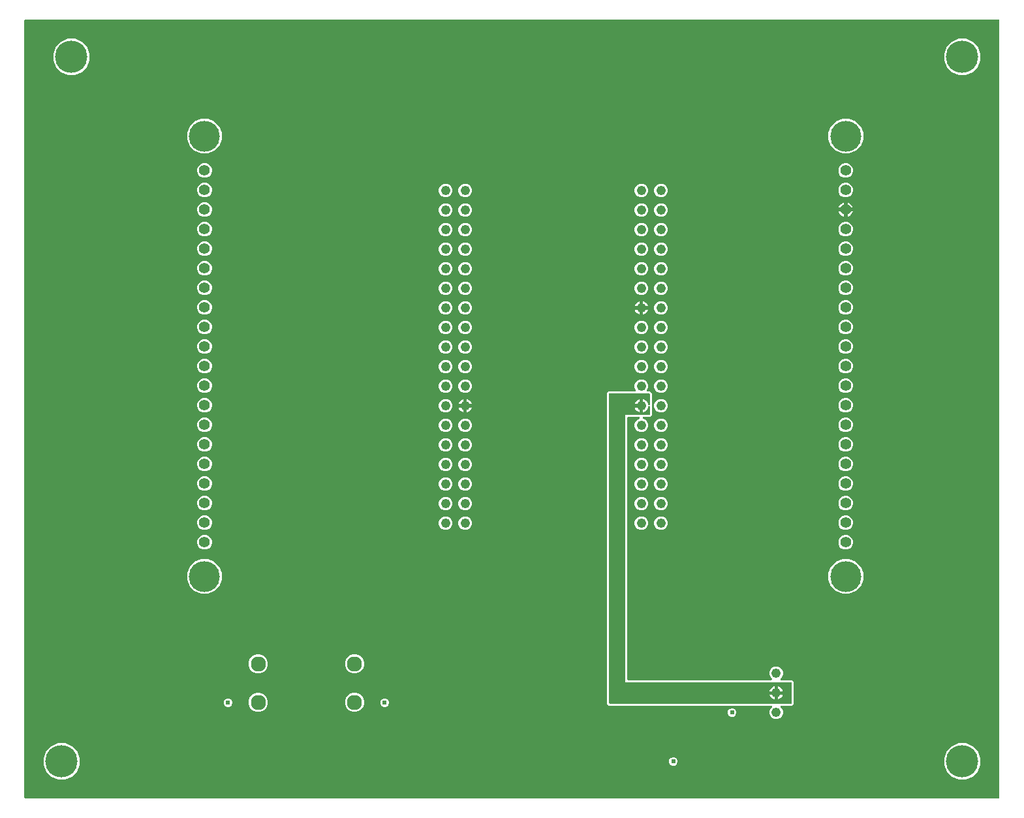
<source format=gbr>
G04 EAGLE Gerber RS-274X export*
G75*
%MOMM*%
%FSLAX34Y34*%
%LPD*%
%INCopper Layer 15*%
%IPPOS*%
%AMOC8*
5,1,8,0,0,1.08239X$1,22.5*%
G01*
%ADD10C,1.960000*%
%ADD11C,1.244600*%
%ADD12C,1.400000*%
%ADD13C,4.016000*%
%ADD14C,4.191000*%
%ADD15C,0.609600*%

G36*
X1266109Y2556D02*
X1266109Y2556D01*
X1266227Y2563D01*
X1266266Y2575D01*
X1266306Y2581D01*
X1266417Y2624D01*
X1266530Y2661D01*
X1266564Y2683D01*
X1266602Y2698D01*
X1266698Y2767D01*
X1266799Y2831D01*
X1266827Y2861D01*
X1266859Y2884D01*
X1266935Y2976D01*
X1267017Y3063D01*
X1267036Y3098D01*
X1267062Y3129D01*
X1267113Y3237D01*
X1267170Y3341D01*
X1267180Y3380D01*
X1267198Y3417D01*
X1267220Y3534D01*
X1267250Y3649D01*
X1267254Y3709D01*
X1267257Y3729D01*
X1267256Y3750D01*
X1267260Y3810D01*
X1267459Y1012190D01*
X1267444Y1012308D01*
X1267436Y1012427D01*
X1267424Y1012465D01*
X1267419Y1012505D01*
X1267375Y1012616D01*
X1267338Y1012729D01*
X1267317Y1012764D01*
X1267302Y1012801D01*
X1267232Y1012897D01*
X1267168Y1012998D01*
X1267139Y1013026D01*
X1267115Y1013058D01*
X1267023Y1013134D01*
X1266936Y1013216D01*
X1266901Y1013236D01*
X1266870Y1013261D01*
X1266762Y1013312D01*
X1266658Y1013370D01*
X1266619Y1013380D01*
X1266582Y1013397D01*
X1266465Y1013419D01*
X1266350Y1013449D01*
X1266290Y1013453D01*
X1266270Y1013457D01*
X1266250Y1013455D01*
X1266189Y1013459D01*
X3810Y1013459D01*
X3692Y1013444D01*
X3573Y1013437D01*
X3535Y1013424D01*
X3494Y1013419D01*
X3384Y1013376D01*
X3271Y1013339D01*
X3236Y1013317D01*
X3199Y1013302D01*
X3103Y1013233D01*
X3002Y1013169D01*
X2974Y1013139D01*
X2941Y1013116D01*
X2865Y1013024D01*
X2784Y1012937D01*
X2764Y1012902D01*
X2739Y1012871D01*
X2688Y1012763D01*
X2630Y1012659D01*
X2620Y1012619D01*
X2603Y1012583D01*
X2581Y1012466D01*
X2551Y1012351D01*
X2547Y1012291D01*
X2543Y1012271D01*
X2545Y1012250D01*
X2541Y1012190D01*
X2541Y3810D01*
X2556Y3692D01*
X2563Y3573D01*
X2576Y3535D01*
X2581Y3494D01*
X2624Y3384D01*
X2661Y3271D01*
X2683Y3236D01*
X2698Y3199D01*
X2767Y3103D01*
X2831Y3002D01*
X2861Y2974D01*
X2884Y2941D01*
X2976Y2865D01*
X3063Y2784D01*
X3098Y2764D01*
X3129Y2739D01*
X3237Y2688D01*
X3341Y2630D01*
X3381Y2620D01*
X3417Y2603D01*
X3534Y2581D01*
X3649Y2551D01*
X3709Y2547D01*
X3729Y2543D01*
X3750Y2545D01*
X3810Y2541D01*
X1265991Y2541D01*
X1266109Y2556D01*
G37*
%LPC*%
G36*
X976157Y105536D02*
X976157Y105536D01*
X972936Y106870D01*
X970470Y109336D01*
X969136Y112557D01*
X969136Y116043D01*
X970470Y119264D01*
X972229Y121023D01*
X972314Y121132D01*
X972403Y121239D01*
X972411Y121258D01*
X972424Y121274D01*
X972479Y121402D01*
X972538Y121527D01*
X972542Y121547D01*
X972550Y121566D01*
X972572Y121704D01*
X972598Y121840D01*
X972597Y121860D01*
X972600Y121880D01*
X972587Y122019D01*
X972578Y122157D01*
X972572Y122176D01*
X972570Y122196D01*
X972523Y122328D01*
X972480Y122459D01*
X972469Y122477D01*
X972462Y122496D01*
X972384Y122611D01*
X972310Y122728D01*
X972295Y122742D01*
X972284Y122759D01*
X972180Y122851D01*
X972078Y122946D01*
X972061Y122956D01*
X972045Y122969D01*
X971921Y123033D01*
X971800Y123100D01*
X971780Y123105D01*
X971762Y123114D01*
X971626Y123144D01*
X971492Y123179D01*
X971464Y123181D01*
X971452Y123184D01*
X971431Y123183D01*
X971331Y123189D01*
X760422Y123189D01*
X758189Y125422D01*
X758189Y528628D01*
X760422Y530861D01*
X794389Y530861D01*
X794438Y530867D01*
X794488Y530865D01*
X794595Y530887D01*
X794705Y530901D01*
X794751Y530919D01*
X794799Y530929D01*
X794898Y530977D01*
X795000Y531018D01*
X795040Y531047D01*
X795085Y531069D01*
X795169Y531140D01*
X795258Y531204D01*
X795289Y531243D01*
X795327Y531275D01*
X795390Y531365D01*
X795460Y531449D01*
X795482Y531494D01*
X795510Y531535D01*
X795549Y531638D01*
X795596Y531737D01*
X795605Y531786D01*
X795623Y531832D01*
X795635Y531942D01*
X795656Y532049D01*
X795653Y532099D01*
X795658Y532148D01*
X795643Y532257D01*
X795636Y532367D01*
X795621Y532414D01*
X795614Y532463D01*
X795562Y532616D01*
X794136Y536057D01*
X794136Y539543D01*
X795470Y542764D01*
X797936Y545230D01*
X801157Y546564D01*
X804643Y546564D01*
X807864Y545230D01*
X810330Y542764D01*
X811664Y539543D01*
X811664Y536057D01*
X810238Y532616D01*
X810225Y532568D01*
X810204Y532523D01*
X810183Y532415D01*
X810154Y532309D01*
X810154Y532259D01*
X810144Y532210D01*
X810151Y532101D01*
X810149Y531991D01*
X810161Y531943D01*
X810164Y531893D01*
X810198Y531789D01*
X810224Y531682D01*
X810247Y531638D01*
X810262Y531591D01*
X810321Y531498D01*
X810372Y531401D01*
X810406Y531364D01*
X810432Y531322D01*
X810512Y531247D01*
X810586Y531165D01*
X810628Y531138D01*
X810664Y531104D01*
X810760Y531051D01*
X810852Y530991D01*
X810899Y530974D01*
X810942Y530950D01*
X811049Y530923D01*
X811153Y530887D01*
X811202Y530883D01*
X811250Y530871D01*
X811411Y530861D01*
X814378Y530861D01*
X816611Y528628D01*
X816611Y500072D01*
X814378Y497839D01*
X806013Y497839D01*
X805944Y497831D01*
X805874Y497832D01*
X805787Y497811D01*
X805698Y497799D01*
X805633Y497774D01*
X805565Y497757D01*
X805486Y497715D01*
X805402Y497682D01*
X805346Y497641D01*
X805284Y497609D01*
X805217Y497548D01*
X805145Y497496D01*
X805100Y497442D01*
X805049Y497395D01*
X804999Y497320D01*
X804942Y497251D01*
X804912Y497187D01*
X804874Y497129D01*
X804845Y497044D01*
X804806Y496963D01*
X804793Y496894D01*
X804771Y496828D01*
X804764Y496739D01*
X804747Y496651D01*
X804751Y496581D01*
X804745Y496511D01*
X804761Y496423D01*
X804766Y496333D01*
X804788Y496267D01*
X804800Y496198D01*
X804837Y496116D01*
X804864Y496031D01*
X804902Y495972D01*
X804930Y495908D01*
X804986Y495838D01*
X805035Y495762D01*
X805085Y495714D01*
X805129Y495660D01*
X805201Y495605D01*
X805266Y495544D01*
X805327Y495510D01*
X805383Y495468D01*
X805528Y495397D01*
X807864Y494430D01*
X810330Y491964D01*
X811664Y488743D01*
X811664Y485257D01*
X810330Y482036D01*
X807864Y479570D01*
X804643Y478236D01*
X801157Y478236D01*
X797936Y479570D01*
X795470Y482036D01*
X794136Y485257D01*
X794136Y488743D01*
X795470Y491964D01*
X797936Y494430D01*
X800272Y495397D01*
X800333Y495432D01*
X800398Y495458D01*
X800471Y495510D01*
X800549Y495555D01*
X800599Y495603D01*
X800655Y495644D01*
X800713Y495714D01*
X800777Y495776D01*
X800813Y495836D01*
X800858Y495889D01*
X800896Y495971D01*
X800943Y496047D01*
X800964Y496114D01*
X800994Y496177D01*
X801010Y496265D01*
X801037Y496351D01*
X801040Y496421D01*
X801053Y496490D01*
X801048Y496579D01*
X801052Y496669D01*
X801038Y496737D01*
X801034Y496807D01*
X801006Y496892D01*
X800988Y496980D01*
X800957Y497043D01*
X800936Y497109D01*
X800888Y497185D01*
X800848Y497266D01*
X800803Y497319D01*
X800765Y497378D01*
X800700Y497440D01*
X800642Y497508D01*
X800585Y497548D01*
X800534Y497596D01*
X800455Y497639D01*
X800382Y497691D01*
X800316Y497716D01*
X800255Y497750D01*
X800168Y497772D01*
X800084Y497804D01*
X800015Y497812D01*
X799947Y497829D01*
X799787Y497839D01*
X786130Y497839D01*
X786012Y497824D01*
X785893Y497817D01*
X785855Y497804D01*
X785814Y497799D01*
X785704Y497756D01*
X785591Y497719D01*
X785556Y497697D01*
X785519Y497682D01*
X785423Y497613D01*
X785322Y497549D01*
X785294Y497519D01*
X785261Y497496D01*
X785185Y497404D01*
X785104Y497317D01*
X785084Y497282D01*
X785059Y497251D01*
X785008Y497143D01*
X784950Y497039D01*
X784940Y496999D01*
X784923Y496963D01*
X784901Y496846D01*
X784871Y496731D01*
X784867Y496671D01*
X784863Y496651D01*
X784865Y496630D01*
X784861Y496570D01*
X784861Y157480D01*
X784876Y157362D01*
X784883Y157243D01*
X784896Y157205D01*
X784901Y157164D01*
X784944Y157054D01*
X784981Y156941D01*
X785003Y156906D01*
X785018Y156869D01*
X785087Y156773D01*
X785151Y156672D01*
X785181Y156644D01*
X785204Y156611D01*
X785296Y156535D01*
X785383Y156454D01*
X785418Y156434D01*
X785449Y156409D01*
X785557Y156358D01*
X785661Y156300D01*
X785701Y156290D01*
X785737Y156273D01*
X785854Y156251D01*
X785969Y156221D01*
X786029Y156217D01*
X786049Y156213D01*
X786070Y156215D01*
X786130Y156211D01*
X971331Y156211D01*
X971469Y156228D01*
X971608Y156241D01*
X971627Y156248D01*
X971647Y156251D01*
X971776Y156302D01*
X971907Y156349D01*
X971924Y156360D01*
X971942Y156368D01*
X972055Y156449D01*
X972170Y156527D01*
X972183Y156543D01*
X972200Y156554D01*
X972289Y156662D01*
X972381Y156766D01*
X972390Y156784D01*
X972403Y156799D01*
X972462Y156925D01*
X972525Y157049D01*
X972530Y157069D01*
X972538Y157087D01*
X972564Y157224D01*
X972595Y157359D01*
X972594Y157380D01*
X972598Y157399D01*
X972589Y157538D01*
X972585Y157677D01*
X972579Y157697D01*
X972578Y157717D01*
X972535Y157849D01*
X972497Y157983D01*
X972486Y158000D01*
X972480Y158019D01*
X972406Y158137D01*
X972335Y158257D01*
X972317Y158278D01*
X972310Y158288D01*
X972295Y158302D01*
X972229Y158377D01*
X970470Y160136D01*
X969136Y163357D01*
X969136Y166843D01*
X970470Y170064D01*
X972936Y172530D01*
X976157Y173864D01*
X979643Y173864D01*
X982864Y172530D01*
X985330Y170064D01*
X986664Y166843D01*
X986664Y163357D01*
X985330Y160136D01*
X983571Y158377D01*
X983486Y158268D01*
X983397Y158161D01*
X983389Y158142D01*
X983376Y158126D01*
X983321Y157998D01*
X983262Y157873D01*
X983258Y157853D01*
X983250Y157834D01*
X983228Y157696D01*
X983202Y157560D01*
X983203Y157540D01*
X983200Y157520D01*
X983213Y157381D01*
X983222Y157243D01*
X983228Y157224D01*
X983230Y157204D01*
X983277Y157072D01*
X983320Y156941D01*
X983331Y156923D01*
X983338Y156904D01*
X983416Y156789D01*
X983490Y156672D01*
X983505Y156658D01*
X983516Y156641D01*
X983620Y156549D01*
X983722Y156454D01*
X983739Y156444D01*
X983755Y156431D01*
X983879Y156367D01*
X984000Y156300D01*
X984020Y156295D01*
X984038Y156286D01*
X984174Y156256D01*
X984308Y156221D01*
X984336Y156219D01*
X984348Y156216D01*
X984369Y156217D01*
X984469Y156211D01*
X998528Y156211D01*
X1000761Y153978D01*
X1000761Y125422D01*
X998528Y123189D01*
X984469Y123189D01*
X984331Y123172D01*
X984192Y123159D01*
X984173Y123152D01*
X984153Y123149D01*
X984024Y123098D01*
X983893Y123051D01*
X983876Y123040D01*
X983858Y123032D01*
X983745Y122951D01*
X983630Y122873D01*
X983617Y122857D01*
X983600Y122846D01*
X983511Y122738D01*
X983419Y122634D01*
X983410Y122616D01*
X983397Y122601D01*
X983338Y122475D01*
X983275Y122351D01*
X983270Y122331D01*
X983262Y122313D01*
X983236Y122176D01*
X983205Y122041D01*
X983206Y122020D01*
X983202Y122001D01*
X983211Y121862D01*
X983215Y121723D01*
X983221Y121703D01*
X983222Y121683D01*
X983265Y121551D01*
X983303Y121417D01*
X983314Y121400D01*
X983320Y121381D01*
X983394Y121263D01*
X983465Y121143D01*
X983483Y121122D01*
X983490Y121112D01*
X983505Y121098D01*
X983571Y121023D01*
X985330Y119264D01*
X986664Y116043D01*
X986664Y112557D01*
X985330Y109336D01*
X982864Y106870D01*
X979643Y105536D01*
X976157Y105536D01*
G37*
%LPD*%
G36*
X997068Y125746D02*
X997068Y125746D01*
X997187Y125753D01*
X997225Y125766D01*
X997266Y125771D01*
X997376Y125814D01*
X997489Y125851D01*
X997524Y125873D01*
X997561Y125888D01*
X997657Y125958D01*
X997758Y126021D01*
X997786Y126051D01*
X997819Y126074D01*
X997895Y126166D01*
X997976Y126253D01*
X997996Y126288D01*
X998021Y126319D01*
X998072Y126427D01*
X998130Y126531D01*
X998140Y126571D01*
X998157Y126607D01*
X998179Y126724D01*
X998209Y126839D01*
X998213Y126900D01*
X998217Y126920D01*
X998215Y126940D01*
X998219Y127000D01*
X998219Y152400D01*
X998204Y152518D01*
X998197Y152637D01*
X998184Y152675D01*
X998179Y152716D01*
X998136Y152826D01*
X998099Y152939D01*
X998077Y152974D01*
X998062Y153011D01*
X997993Y153107D01*
X997929Y153208D01*
X997899Y153236D01*
X997876Y153269D01*
X997784Y153345D01*
X997697Y153426D01*
X997662Y153446D01*
X997631Y153471D01*
X997523Y153522D01*
X997419Y153580D01*
X997379Y153590D01*
X997343Y153607D01*
X997226Y153629D01*
X997111Y153659D01*
X997051Y153663D01*
X997031Y153667D01*
X997010Y153665D01*
X996950Y153669D01*
X782319Y153669D01*
X782319Y500381D01*
X812800Y500381D01*
X812918Y500396D01*
X813037Y500403D01*
X813075Y500416D01*
X813116Y500421D01*
X813226Y500464D01*
X813339Y500501D01*
X813374Y500523D01*
X813411Y500538D01*
X813507Y500608D01*
X813608Y500671D01*
X813636Y500701D01*
X813669Y500724D01*
X813745Y500816D01*
X813826Y500903D01*
X813846Y500938D01*
X813871Y500969D01*
X813922Y501077D01*
X813980Y501181D01*
X813990Y501221D01*
X814007Y501257D01*
X814029Y501374D01*
X814059Y501489D01*
X814063Y501550D01*
X814067Y501570D01*
X814065Y501590D01*
X814069Y501650D01*
X814069Y510743D01*
X814065Y510778D01*
X814067Y510813D01*
X814045Y510935D01*
X814029Y511059D01*
X814017Y511091D01*
X814010Y511126D01*
X813958Y511239D01*
X813912Y511355D01*
X813892Y511383D01*
X813877Y511415D01*
X813799Y511511D01*
X813726Y511612D01*
X813699Y511634D01*
X813677Y511661D01*
X813576Y511735D01*
X813481Y511815D01*
X813449Y511830D01*
X813421Y511850D01*
X813305Y511897D01*
X813193Y511950D01*
X813159Y511957D01*
X813126Y511970D01*
X813003Y511987D01*
X812881Y512010D01*
X812846Y512008D01*
X812811Y512013D01*
X812687Y511998D01*
X812563Y511990D01*
X812530Y511980D01*
X812495Y511975D01*
X812379Y511931D01*
X812261Y511892D01*
X812231Y511874D01*
X812198Y511861D01*
X812097Y511789D01*
X811992Y511722D01*
X811968Y511697D01*
X811939Y511676D01*
X811859Y511581D01*
X811774Y511490D01*
X811757Y511460D01*
X811735Y511433D01*
X811680Y511321D01*
X811620Y511212D01*
X811612Y511178D01*
X811597Y511147D01*
X811555Y510991D01*
X811327Y509844D01*
X810666Y508249D01*
X809707Y506813D01*
X808487Y505593D01*
X807051Y504634D01*
X805456Y503973D01*
X805122Y503907D01*
X805122Y511447D01*
X805107Y511566D01*
X805099Y511684D01*
X805087Y511723D01*
X805082Y511763D01*
X805038Y511874D01*
X805001Y511987D01*
X804980Y512021D01*
X804965Y512059D01*
X804895Y512155D01*
X804831Y512255D01*
X804802Y512283D01*
X804778Y512316D01*
X804686Y512392D01*
X804682Y512396D01*
X804688Y512403D01*
X804721Y512427D01*
X804797Y512519D01*
X804879Y512606D01*
X804898Y512641D01*
X804924Y512672D01*
X804975Y512780D01*
X805032Y512884D01*
X805042Y512923D01*
X805059Y512960D01*
X805082Y513077D01*
X805112Y513192D01*
X805115Y513252D01*
X805119Y513272D01*
X805118Y513293D01*
X805122Y513353D01*
X805122Y520893D01*
X805456Y520827D01*
X807051Y520166D01*
X808487Y519207D01*
X809707Y517987D01*
X810666Y516551D01*
X811327Y514956D01*
X811555Y513809D01*
X811566Y513776D01*
X811571Y513741D01*
X811616Y513625D01*
X811656Y513507D01*
X811675Y513478D01*
X811688Y513445D01*
X811761Y513345D01*
X811828Y513240D01*
X811854Y513216D01*
X811874Y513188D01*
X811971Y513109D01*
X812062Y513024D01*
X812092Y513008D01*
X812119Y512985D01*
X812232Y512932D01*
X812342Y512873D01*
X812376Y512865D01*
X812407Y512850D01*
X812529Y512826D01*
X812650Y512796D01*
X812685Y512797D01*
X812720Y512790D01*
X812844Y512798D01*
X812968Y512799D01*
X813002Y512808D01*
X813037Y512810D01*
X813155Y512848D01*
X813276Y512880D01*
X813306Y512897D01*
X813339Y512908D01*
X813445Y512974D01*
X813553Y513035D01*
X813579Y513059D01*
X813608Y513078D01*
X813694Y513169D01*
X813784Y513254D01*
X813802Y513284D01*
X813826Y513310D01*
X813886Y513419D01*
X813952Y513524D01*
X813963Y513557D01*
X813980Y513588D01*
X814011Y513708D01*
X814048Y513827D01*
X814050Y513862D01*
X814059Y513896D01*
X814069Y514057D01*
X814069Y527050D01*
X814054Y527168D01*
X814047Y527287D01*
X814034Y527325D01*
X814029Y527366D01*
X813986Y527476D01*
X813949Y527589D01*
X813927Y527624D01*
X813912Y527661D01*
X813843Y527757D01*
X813779Y527858D01*
X813749Y527886D01*
X813726Y527919D01*
X813634Y527995D01*
X813547Y528076D01*
X813512Y528096D01*
X813481Y528121D01*
X813373Y528172D01*
X813269Y528230D01*
X813229Y528240D01*
X813193Y528257D01*
X813076Y528279D01*
X812961Y528309D01*
X812901Y528313D01*
X812881Y528317D01*
X812860Y528315D01*
X812800Y528319D01*
X762000Y528319D01*
X761882Y528304D01*
X761763Y528297D01*
X761725Y528284D01*
X761684Y528279D01*
X761574Y528236D01*
X761461Y528199D01*
X761426Y528177D01*
X761389Y528162D01*
X761293Y528093D01*
X761192Y528029D01*
X761164Y527999D01*
X761131Y527976D01*
X761056Y527884D01*
X760974Y527797D01*
X760954Y527762D01*
X760929Y527731D01*
X760878Y527623D01*
X760820Y527519D01*
X760810Y527479D01*
X760793Y527443D01*
X760771Y527326D01*
X760741Y527211D01*
X760737Y527151D01*
X760733Y527131D01*
X760735Y527110D01*
X760731Y527050D01*
X760731Y127000D01*
X760746Y126882D01*
X760753Y126763D01*
X760766Y126725D01*
X760771Y126684D01*
X760814Y126574D01*
X760851Y126461D01*
X760873Y126426D01*
X760888Y126389D01*
X760958Y126293D01*
X761021Y126192D01*
X761051Y126164D01*
X761074Y126131D01*
X761166Y126056D01*
X761253Y125974D01*
X761288Y125954D01*
X761319Y125929D01*
X761427Y125878D01*
X761531Y125820D01*
X761571Y125810D01*
X761607Y125793D01*
X761724Y125771D01*
X761839Y125741D01*
X761900Y125737D01*
X761920Y125733D01*
X761940Y125735D01*
X762000Y125731D01*
X996950Y125731D01*
X997068Y125746D01*
G37*
%LPC*%
G36*
X58826Y941704D02*
X58826Y941704D01*
X50191Y945281D01*
X43581Y951891D01*
X40004Y960526D01*
X40004Y969874D01*
X43581Y978509D01*
X50191Y985119D01*
X58826Y988696D01*
X68174Y988696D01*
X76809Y985119D01*
X83419Y978509D01*
X86996Y969874D01*
X86996Y960526D01*
X83419Y951891D01*
X76809Y945281D01*
X68174Y941704D01*
X58826Y941704D01*
G37*
%LPD*%
%LPC*%
G36*
X1214526Y941704D02*
X1214526Y941704D01*
X1205891Y945281D01*
X1199281Y951891D01*
X1195704Y960526D01*
X1195704Y969874D01*
X1199281Y978509D01*
X1205891Y985119D01*
X1214526Y988696D01*
X1223874Y988696D01*
X1232509Y985119D01*
X1239119Y978509D01*
X1242696Y969874D01*
X1242696Y960526D01*
X1239119Y951891D01*
X1232509Y945281D01*
X1223874Y941704D01*
X1214526Y941704D01*
G37*
%LPD*%
%LPC*%
G36*
X46126Y27304D02*
X46126Y27304D01*
X37491Y30881D01*
X30881Y37491D01*
X27304Y46126D01*
X27304Y55474D01*
X30881Y64109D01*
X37491Y70719D01*
X46126Y74296D01*
X55474Y74296D01*
X64109Y70719D01*
X70719Y64109D01*
X74296Y55474D01*
X74296Y46126D01*
X70719Y37491D01*
X64109Y30881D01*
X55474Y27304D01*
X46126Y27304D01*
G37*
%LPD*%
%LPC*%
G36*
X1214526Y27304D02*
X1214526Y27304D01*
X1205891Y30881D01*
X1199281Y37491D01*
X1195704Y46126D01*
X1195704Y55474D01*
X1199281Y64109D01*
X1205891Y70719D01*
X1214526Y74296D01*
X1223874Y74296D01*
X1232509Y70719D01*
X1239119Y64109D01*
X1242696Y55474D01*
X1242696Y46126D01*
X1239119Y37491D01*
X1232509Y30881D01*
X1223874Y27304D01*
X1214526Y27304D01*
G37*
%LPD*%
%LPC*%
G36*
X1063570Y839709D02*
X1063570Y839709D01*
X1055256Y843153D01*
X1048893Y849516D01*
X1045449Y857830D01*
X1045449Y866830D01*
X1048893Y875144D01*
X1055256Y881507D01*
X1063570Y884951D01*
X1072570Y884951D01*
X1080884Y881507D01*
X1087247Y875144D01*
X1090691Y866830D01*
X1090691Y857830D01*
X1087247Y849516D01*
X1080884Y843153D01*
X1072570Y839709D01*
X1063570Y839709D01*
G37*
%LPD*%
%LPC*%
G36*
X231720Y839709D02*
X231720Y839709D01*
X223406Y843153D01*
X217043Y849516D01*
X213599Y857830D01*
X213599Y866830D01*
X217043Y875144D01*
X223406Y881507D01*
X231720Y884951D01*
X240720Y884951D01*
X249034Y881507D01*
X255397Y875144D01*
X258841Y866830D01*
X258841Y857830D01*
X255397Y849516D01*
X249034Y843153D01*
X240720Y839709D01*
X231720Y839709D01*
G37*
%LPD*%
%LPC*%
G36*
X231720Y268209D02*
X231720Y268209D01*
X223406Y271653D01*
X217043Y278016D01*
X213599Y286330D01*
X213599Y295330D01*
X217043Y303644D01*
X223406Y310007D01*
X231720Y313451D01*
X240720Y313451D01*
X249034Y310007D01*
X255397Y303644D01*
X258841Y295330D01*
X258841Y286330D01*
X255397Y278016D01*
X249034Y271653D01*
X240720Y268209D01*
X231720Y268209D01*
G37*
%LPD*%
%LPC*%
G36*
X1063570Y268209D02*
X1063570Y268209D01*
X1055256Y271653D01*
X1048893Y278016D01*
X1045449Y286330D01*
X1045449Y295330D01*
X1048893Y303644D01*
X1055256Y310007D01*
X1063570Y313451D01*
X1072570Y313451D01*
X1080884Y310007D01*
X1087247Y303644D01*
X1090691Y295330D01*
X1090691Y286330D01*
X1087247Y278016D01*
X1080884Y271653D01*
X1072570Y268209D01*
X1063570Y268209D01*
G37*
%LPD*%
%LPC*%
G36*
X428345Y115059D02*
X428345Y115059D01*
X423810Y116938D01*
X420338Y120410D01*
X418459Y124945D01*
X418459Y129855D01*
X420338Y134390D01*
X423810Y137862D01*
X428345Y139741D01*
X433255Y139741D01*
X437790Y137862D01*
X441262Y134390D01*
X443141Y129855D01*
X443141Y124945D01*
X441262Y120410D01*
X437790Y116938D01*
X433255Y115059D01*
X428345Y115059D01*
G37*
%LPD*%
%LPC*%
G36*
X303345Y115059D02*
X303345Y115059D01*
X298810Y116938D01*
X295338Y120410D01*
X293459Y124945D01*
X293459Y129855D01*
X295338Y134390D01*
X298810Y137862D01*
X303345Y139741D01*
X308255Y139741D01*
X312790Y137862D01*
X316262Y134390D01*
X318141Y129855D01*
X318141Y124945D01*
X316262Y120410D01*
X312790Y116938D01*
X308255Y115059D01*
X303345Y115059D01*
G37*
%LPD*%
%LPC*%
G36*
X303345Y165059D02*
X303345Y165059D01*
X298810Y166938D01*
X295338Y170410D01*
X293459Y174945D01*
X293459Y179855D01*
X295338Y184390D01*
X298810Y187862D01*
X303345Y189741D01*
X308255Y189741D01*
X312790Y187862D01*
X316262Y184390D01*
X318141Y179855D01*
X318141Y174945D01*
X316262Y170410D01*
X312790Y166938D01*
X308255Y165059D01*
X303345Y165059D01*
G37*
%LPD*%
%LPC*%
G36*
X428345Y165059D02*
X428345Y165059D01*
X423810Y166938D01*
X420338Y170410D01*
X418459Y174945D01*
X418459Y179855D01*
X420338Y184390D01*
X423810Y187862D01*
X428345Y189741D01*
X433255Y189741D01*
X437790Y187862D01*
X441262Y184390D01*
X443141Y179855D01*
X443141Y174945D01*
X441262Y170410D01*
X437790Y166938D01*
X433255Y165059D01*
X428345Y165059D01*
G37*
%LPD*%
%LPC*%
G36*
X1066172Y808339D02*
X1066172Y808339D01*
X1062666Y809792D01*
X1059982Y812476D01*
X1058529Y815982D01*
X1058529Y819778D01*
X1059982Y823284D01*
X1062666Y825968D01*
X1066172Y827421D01*
X1069968Y827421D01*
X1073474Y825968D01*
X1076158Y823284D01*
X1077611Y819778D01*
X1077611Y815982D01*
X1076158Y812476D01*
X1073474Y809792D01*
X1069968Y808339D01*
X1066172Y808339D01*
G37*
%LPD*%
%LPC*%
G36*
X234322Y808339D02*
X234322Y808339D01*
X230816Y809792D01*
X228132Y812476D01*
X226679Y815982D01*
X226679Y819778D01*
X228132Y823284D01*
X230816Y825968D01*
X234322Y827421D01*
X238118Y827421D01*
X241624Y825968D01*
X244308Y823284D01*
X245761Y819778D01*
X245761Y815982D01*
X244308Y812476D01*
X241624Y809792D01*
X238118Y808339D01*
X234322Y808339D01*
G37*
%LPD*%
%LPC*%
G36*
X1066172Y782939D02*
X1066172Y782939D01*
X1062666Y784392D01*
X1059982Y787076D01*
X1058529Y790582D01*
X1058529Y794378D01*
X1059982Y797884D01*
X1062666Y800568D01*
X1066172Y802021D01*
X1069968Y802021D01*
X1073474Y800568D01*
X1076158Y797884D01*
X1077611Y794378D01*
X1077611Y790582D01*
X1076158Y787076D01*
X1073474Y784392D01*
X1069968Y782939D01*
X1066172Y782939D01*
G37*
%LPD*%
%LPC*%
G36*
X234322Y782939D02*
X234322Y782939D01*
X230816Y784392D01*
X228132Y787076D01*
X226679Y790582D01*
X226679Y794378D01*
X228132Y797884D01*
X230816Y800568D01*
X234322Y802021D01*
X238118Y802021D01*
X241624Y800568D01*
X244308Y797884D01*
X245761Y794378D01*
X245761Y790582D01*
X244308Y787076D01*
X241624Y784392D01*
X238118Y782939D01*
X234322Y782939D01*
G37*
%LPD*%
%LPC*%
G36*
X1066172Y427339D02*
X1066172Y427339D01*
X1062666Y428792D01*
X1059982Y431476D01*
X1058529Y434982D01*
X1058529Y438778D01*
X1059982Y442284D01*
X1062666Y444968D01*
X1066172Y446421D01*
X1069968Y446421D01*
X1073474Y444968D01*
X1076158Y442284D01*
X1077611Y438778D01*
X1077611Y434982D01*
X1076158Y431476D01*
X1073474Y428792D01*
X1069968Y427339D01*
X1066172Y427339D01*
G37*
%LPD*%
%LPC*%
G36*
X234322Y427339D02*
X234322Y427339D01*
X230816Y428792D01*
X228132Y431476D01*
X226679Y434982D01*
X226679Y438778D01*
X228132Y442284D01*
X230816Y444968D01*
X234322Y446421D01*
X238118Y446421D01*
X241624Y444968D01*
X244308Y442284D01*
X245761Y438778D01*
X245761Y434982D01*
X244308Y431476D01*
X241624Y428792D01*
X238118Y427339D01*
X234322Y427339D01*
G37*
%LPD*%
%LPC*%
G36*
X234322Y630539D02*
X234322Y630539D01*
X230816Y631992D01*
X228132Y634676D01*
X226679Y638182D01*
X226679Y641978D01*
X228132Y645484D01*
X230816Y648168D01*
X234322Y649621D01*
X238118Y649621D01*
X241624Y648168D01*
X244308Y645484D01*
X245761Y641978D01*
X245761Y638182D01*
X244308Y634676D01*
X241624Y631992D01*
X238118Y630539D01*
X234322Y630539D01*
G37*
%LPD*%
%LPC*%
G36*
X1066172Y630539D02*
X1066172Y630539D01*
X1062666Y631992D01*
X1059982Y634676D01*
X1058529Y638182D01*
X1058529Y641978D01*
X1059982Y645484D01*
X1062666Y648168D01*
X1066172Y649621D01*
X1069968Y649621D01*
X1073474Y648168D01*
X1076158Y645484D01*
X1077611Y641978D01*
X1077611Y638182D01*
X1076158Y634676D01*
X1073474Y631992D01*
X1069968Y630539D01*
X1066172Y630539D01*
G37*
%LPD*%
%LPC*%
G36*
X234322Y757539D02*
X234322Y757539D01*
X230816Y758992D01*
X228132Y761676D01*
X226679Y765182D01*
X226679Y768978D01*
X228132Y772484D01*
X230816Y775168D01*
X234322Y776621D01*
X238118Y776621D01*
X241624Y775168D01*
X244308Y772484D01*
X245761Y768978D01*
X245761Y765182D01*
X244308Y761676D01*
X241624Y758992D01*
X238118Y757539D01*
X234322Y757539D01*
G37*
%LPD*%
%LPC*%
G36*
X234322Y401939D02*
X234322Y401939D01*
X230816Y403392D01*
X228132Y406076D01*
X226679Y409582D01*
X226679Y413378D01*
X228132Y416884D01*
X230816Y419568D01*
X234322Y421021D01*
X238118Y421021D01*
X241624Y419568D01*
X244308Y416884D01*
X245761Y413378D01*
X245761Y409582D01*
X244308Y406076D01*
X241624Y403392D01*
X238118Y401939D01*
X234322Y401939D01*
G37*
%LPD*%
%LPC*%
G36*
X1066172Y401939D02*
X1066172Y401939D01*
X1062666Y403392D01*
X1059982Y406076D01*
X1058529Y409582D01*
X1058529Y413378D01*
X1059982Y416884D01*
X1062666Y419568D01*
X1066172Y421021D01*
X1069968Y421021D01*
X1073474Y419568D01*
X1076158Y416884D01*
X1077611Y413378D01*
X1077611Y409582D01*
X1076158Y406076D01*
X1073474Y403392D01*
X1069968Y401939D01*
X1066172Y401939D01*
G37*
%LPD*%
%LPC*%
G36*
X234322Y376539D02*
X234322Y376539D01*
X230816Y377992D01*
X228132Y380676D01*
X226679Y384182D01*
X226679Y387978D01*
X228132Y391484D01*
X230816Y394168D01*
X234322Y395621D01*
X238118Y395621D01*
X241624Y394168D01*
X244308Y391484D01*
X245761Y387978D01*
X245761Y384182D01*
X244308Y380676D01*
X241624Y377992D01*
X238118Y376539D01*
X234322Y376539D01*
G37*
%LPD*%
%LPC*%
G36*
X1066172Y681339D02*
X1066172Y681339D01*
X1062666Y682792D01*
X1059982Y685476D01*
X1058529Y688982D01*
X1058529Y692778D01*
X1059982Y696284D01*
X1062666Y698968D01*
X1066172Y700421D01*
X1069968Y700421D01*
X1073474Y698968D01*
X1076158Y696284D01*
X1077611Y692778D01*
X1077611Y688982D01*
X1076158Y685476D01*
X1073474Y682792D01*
X1069968Y681339D01*
X1066172Y681339D01*
G37*
%LPD*%
%LPC*%
G36*
X1066172Y376539D02*
X1066172Y376539D01*
X1062666Y377992D01*
X1059982Y380676D01*
X1058529Y384182D01*
X1058529Y387978D01*
X1059982Y391484D01*
X1062666Y394168D01*
X1066172Y395621D01*
X1069968Y395621D01*
X1073474Y394168D01*
X1076158Y391484D01*
X1077611Y387978D01*
X1077611Y384182D01*
X1076158Y380676D01*
X1073474Y377992D01*
X1069968Y376539D01*
X1066172Y376539D01*
G37*
%LPD*%
%LPC*%
G36*
X234322Y351139D02*
X234322Y351139D01*
X230816Y352592D01*
X228132Y355276D01*
X226679Y358782D01*
X226679Y362578D01*
X228132Y366084D01*
X230816Y368768D01*
X234322Y370221D01*
X238118Y370221D01*
X241624Y368768D01*
X244308Y366084D01*
X245761Y362578D01*
X245761Y358782D01*
X244308Y355276D01*
X241624Y352592D01*
X238118Y351139D01*
X234322Y351139D01*
G37*
%LPD*%
%LPC*%
G36*
X1066172Y351139D02*
X1066172Y351139D01*
X1062666Y352592D01*
X1059982Y355276D01*
X1058529Y358782D01*
X1058529Y362578D01*
X1059982Y366084D01*
X1062666Y368768D01*
X1066172Y370221D01*
X1069968Y370221D01*
X1073474Y368768D01*
X1076158Y366084D01*
X1077611Y362578D01*
X1077611Y358782D01*
X1076158Y355276D01*
X1073474Y352592D01*
X1069968Y351139D01*
X1066172Y351139D01*
G37*
%LPD*%
%LPC*%
G36*
X234322Y325739D02*
X234322Y325739D01*
X230816Y327192D01*
X228132Y329876D01*
X226679Y333382D01*
X226679Y337178D01*
X228132Y340684D01*
X230816Y343368D01*
X234322Y344821D01*
X238118Y344821D01*
X241624Y343368D01*
X244308Y340684D01*
X245761Y337178D01*
X245761Y333382D01*
X244308Y329876D01*
X241624Y327192D01*
X238118Y325739D01*
X234322Y325739D01*
G37*
%LPD*%
%LPC*%
G36*
X234322Y732139D02*
X234322Y732139D01*
X230816Y733592D01*
X228132Y736276D01*
X226679Y739782D01*
X226679Y743578D01*
X228132Y747084D01*
X230816Y749768D01*
X234322Y751221D01*
X238118Y751221D01*
X241624Y749768D01*
X244308Y747084D01*
X245761Y743578D01*
X245761Y739782D01*
X244308Y736276D01*
X241624Y733592D01*
X238118Y732139D01*
X234322Y732139D01*
G37*
%LPD*%
%LPC*%
G36*
X1066172Y732139D02*
X1066172Y732139D01*
X1062666Y733592D01*
X1059982Y736276D01*
X1058529Y739782D01*
X1058529Y743578D01*
X1059982Y747084D01*
X1062666Y749768D01*
X1066172Y751221D01*
X1069968Y751221D01*
X1073474Y749768D01*
X1076158Y747084D01*
X1077611Y743578D01*
X1077611Y739782D01*
X1076158Y736276D01*
X1073474Y733592D01*
X1069968Y732139D01*
X1066172Y732139D01*
G37*
%LPD*%
%LPC*%
G36*
X234322Y605139D02*
X234322Y605139D01*
X230816Y606592D01*
X228132Y609276D01*
X226679Y612782D01*
X226679Y616578D01*
X228132Y620084D01*
X230816Y622768D01*
X234322Y624221D01*
X238118Y624221D01*
X241624Y622768D01*
X244308Y620084D01*
X245761Y616578D01*
X245761Y612782D01*
X244308Y609276D01*
X241624Y606592D01*
X238118Y605139D01*
X234322Y605139D01*
G37*
%LPD*%
%LPC*%
G36*
X1066172Y605139D02*
X1066172Y605139D01*
X1062666Y606592D01*
X1059982Y609276D01*
X1058529Y612782D01*
X1058529Y616578D01*
X1059982Y620084D01*
X1062666Y622768D01*
X1066172Y624221D01*
X1069968Y624221D01*
X1073474Y622768D01*
X1076158Y620084D01*
X1077611Y616578D01*
X1077611Y612782D01*
X1076158Y609276D01*
X1073474Y606592D01*
X1069968Y605139D01*
X1066172Y605139D01*
G37*
%LPD*%
%LPC*%
G36*
X1066172Y579739D02*
X1066172Y579739D01*
X1062666Y581192D01*
X1059982Y583876D01*
X1058529Y587382D01*
X1058529Y591178D01*
X1059982Y594684D01*
X1062666Y597368D01*
X1066172Y598821D01*
X1069968Y598821D01*
X1073474Y597368D01*
X1076158Y594684D01*
X1077611Y591178D01*
X1077611Y587382D01*
X1076158Y583876D01*
X1073474Y581192D01*
X1069968Y579739D01*
X1066172Y579739D01*
G37*
%LPD*%
%LPC*%
G36*
X234322Y579739D02*
X234322Y579739D01*
X230816Y581192D01*
X228132Y583876D01*
X226679Y587382D01*
X226679Y591178D01*
X228132Y594684D01*
X230816Y597368D01*
X234322Y598821D01*
X238118Y598821D01*
X241624Y597368D01*
X244308Y594684D01*
X245761Y591178D01*
X245761Y587382D01*
X244308Y583876D01*
X241624Y581192D01*
X238118Y579739D01*
X234322Y579739D01*
G37*
%LPD*%
%LPC*%
G36*
X1066172Y706739D02*
X1066172Y706739D01*
X1062666Y708192D01*
X1059982Y710876D01*
X1058529Y714382D01*
X1058529Y718178D01*
X1059982Y721684D01*
X1062666Y724368D01*
X1066172Y725821D01*
X1069968Y725821D01*
X1073474Y724368D01*
X1076158Y721684D01*
X1077611Y718178D01*
X1077611Y714382D01*
X1076158Y710876D01*
X1073474Y708192D01*
X1069968Y706739D01*
X1066172Y706739D01*
G37*
%LPD*%
%LPC*%
G36*
X234322Y706739D02*
X234322Y706739D01*
X230816Y708192D01*
X228132Y710876D01*
X226679Y714382D01*
X226679Y718178D01*
X228132Y721684D01*
X230816Y724368D01*
X234322Y725821D01*
X238118Y725821D01*
X241624Y724368D01*
X244308Y721684D01*
X245761Y718178D01*
X245761Y714382D01*
X244308Y710876D01*
X241624Y708192D01*
X238118Y706739D01*
X234322Y706739D01*
G37*
%LPD*%
%LPC*%
G36*
X1066172Y554339D02*
X1066172Y554339D01*
X1062666Y555792D01*
X1059982Y558476D01*
X1058529Y561982D01*
X1058529Y565778D01*
X1059982Y569284D01*
X1062666Y571968D01*
X1066172Y573421D01*
X1069968Y573421D01*
X1073474Y571968D01*
X1076158Y569284D01*
X1077611Y565778D01*
X1077611Y561982D01*
X1076158Y558476D01*
X1073474Y555792D01*
X1069968Y554339D01*
X1066172Y554339D01*
G37*
%LPD*%
%LPC*%
G36*
X234322Y554339D02*
X234322Y554339D01*
X230816Y555792D01*
X228132Y558476D01*
X226679Y561982D01*
X226679Y565778D01*
X228132Y569284D01*
X230816Y571968D01*
X234322Y573421D01*
X238118Y573421D01*
X241624Y571968D01*
X244308Y569284D01*
X245761Y565778D01*
X245761Y561982D01*
X244308Y558476D01*
X241624Y555792D01*
X238118Y554339D01*
X234322Y554339D01*
G37*
%LPD*%
%LPC*%
G36*
X1066172Y325739D02*
X1066172Y325739D01*
X1062666Y327192D01*
X1059982Y329876D01*
X1058529Y333382D01*
X1058529Y337178D01*
X1059982Y340684D01*
X1062666Y343368D01*
X1066172Y344821D01*
X1069968Y344821D01*
X1073474Y343368D01*
X1076158Y340684D01*
X1077611Y337178D01*
X1077611Y333382D01*
X1076158Y329876D01*
X1073474Y327192D01*
X1069968Y325739D01*
X1066172Y325739D01*
G37*
%LPD*%
%LPC*%
G36*
X234322Y528939D02*
X234322Y528939D01*
X230816Y530392D01*
X228132Y533076D01*
X226679Y536582D01*
X226679Y540378D01*
X228132Y543884D01*
X230816Y546568D01*
X234322Y548021D01*
X238118Y548021D01*
X241624Y546568D01*
X244308Y543884D01*
X245761Y540378D01*
X245761Y536582D01*
X244308Y533076D01*
X241624Y530392D01*
X238118Y528939D01*
X234322Y528939D01*
G37*
%LPD*%
%LPC*%
G36*
X1066172Y528939D02*
X1066172Y528939D01*
X1062666Y530392D01*
X1059982Y533076D01*
X1058529Y536582D01*
X1058529Y540378D01*
X1059982Y543884D01*
X1062666Y546568D01*
X1066172Y548021D01*
X1069968Y548021D01*
X1073474Y546568D01*
X1076158Y543884D01*
X1077611Y540378D01*
X1077611Y536582D01*
X1076158Y533076D01*
X1073474Y530392D01*
X1069968Y528939D01*
X1066172Y528939D01*
G37*
%LPD*%
%LPC*%
G36*
X234322Y681339D02*
X234322Y681339D01*
X230816Y682792D01*
X228132Y685476D01*
X226679Y688982D01*
X226679Y692778D01*
X228132Y696284D01*
X230816Y698968D01*
X234322Y700421D01*
X238118Y700421D01*
X241624Y698968D01*
X244308Y696284D01*
X245761Y692778D01*
X245761Y688982D01*
X244308Y685476D01*
X241624Y682792D01*
X238118Y681339D01*
X234322Y681339D01*
G37*
%LPD*%
%LPC*%
G36*
X1066172Y503539D02*
X1066172Y503539D01*
X1062666Y504992D01*
X1059982Y507676D01*
X1058529Y511182D01*
X1058529Y514978D01*
X1059982Y518484D01*
X1062666Y521168D01*
X1066172Y522621D01*
X1069968Y522621D01*
X1073474Y521168D01*
X1076158Y518484D01*
X1077611Y514978D01*
X1077611Y511182D01*
X1076158Y507676D01*
X1073474Y504992D01*
X1069968Y503539D01*
X1066172Y503539D01*
G37*
%LPD*%
%LPC*%
G36*
X234322Y503539D02*
X234322Y503539D01*
X230816Y504992D01*
X228132Y507676D01*
X226679Y511182D01*
X226679Y514978D01*
X228132Y518484D01*
X230816Y521168D01*
X234322Y522621D01*
X238118Y522621D01*
X241624Y521168D01*
X244308Y518484D01*
X245761Y514978D01*
X245761Y511182D01*
X244308Y507676D01*
X241624Y504992D01*
X238118Y503539D01*
X234322Y503539D01*
G37*
%LPD*%
%LPC*%
G36*
X1066172Y478139D02*
X1066172Y478139D01*
X1062666Y479592D01*
X1059982Y482276D01*
X1058529Y485782D01*
X1058529Y489578D01*
X1059982Y493084D01*
X1062666Y495768D01*
X1066172Y497221D01*
X1069968Y497221D01*
X1073474Y495768D01*
X1076158Y493084D01*
X1077611Y489578D01*
X1077611Y485782D01*
X1076158Y482276D01*
X1073474Y479592D01*
X1069968Y478139D01*
X1066172Y478139D01*
G37*
%LPD*%
%LPC*%
G36*
X234322Y478139D02*
X234322Y478139D01*
X230816Y479592D01*
X228132Y482276D01*
X226679Y485782D01*
X226679Y489578D01*
X228132Y493084D01*
X230816Y495768D01*
X234322Y497221D01*
X238118Y497221D01*
X241624Y495768D01*
X244308Y493084D01*
X245761Y489578D01*
X245761Y485782D01*
X244308Y482276D01*
X241624Y479592D01*
X238118Y478139D01*
X234322Y478139D01*
G37*
%LPD*%
%LPC*%
G36*
X1066172Y655939D02*
X1066172Y655939D01*
X1062666Y657392D01*
X1059982Y660076D01*
X1058529Y663582D01*
X1058529Y667378D01*
X1059982Y670884D01*
X1062666Y673568D01*
X1066172Y675021D01*
X1069968Y675021D01*
X1073474Y673568D01*
X1076158Y670884D01*
X1077611Y667378D01*
X1077611Y663582D01*
X1076158Y660076D01*
X1073474Y657392D01*
X1069968Y655939D01*
X1066172Y655939D01*
G37*
%LPD*%
%LPC*%
G36*
X234322Y655939D02*
X234322Y655939D01*
X230816Y657392D01*
X228132Y660076D01*
X226679Y663582D01*
X226679Y667378D01*
X228132Y670884D01*
X230816Y673568D01*
X234322Y675021D01*
X238118Y675021D01*
X241624Y673568D01*
X244308Y670884D01*
X245761Y667378D01*
X245761Y663582D01*
X244308Y660076D01*
X241624Y657392D01*
X238118Y655939D01*
X234322Y655939D01*
G37*
%LPD*%
%LPC*%
G36*
X234322Y452739D02*
X234322Y452739D01*
X230816Y454192D01*
X228132Y456876D01*
X226679Y460382D01*
X226679Y464178D01*
X228132Y467684D01*
X230816Y470368D01*
X234322Y471821D01*
X238118Y471821D01*
X241624Y470368D01*
X244308Y467684D01*
X245761Y464178D01*
X245761Y460382D01*
X244308Y456876D01*
X241624Y454192D01*
X238118Y452739D01*
X234322Y452739D01*
G37*
%LPD*%
%LPC*%
G36*
X1066172Y452739D02*
X1066172Y452739D01*
X1062666Y454192D01*
X1059982Y456876D01*
X1058529Y460382D01*
X1058529Y464178D01*
X1059982Y467684D01*
X1062666Y470368D01*
X1066172Y471821D01*
X1069968Y471821D01*
X1073474Y470368D01*
X1076158Y467684D01*
X1077611Y464178D01*
X1077611Y460382D01*
X1076158Y456876D01*
X1073474Y454192D01*
X1069968Y452739D01*
X1066172Y452739D01*
G37*
%LPD*%
%LPC*%
G36*
X826557Y783036D02*
X826557Y783036D01*
X823336Y784370D01*
X820870Y786836D01*
X819536Y790057D01*
X819536Y793543D01*
X820870Y796764D01*
X823336Y799230D01*
X826557Y800564D01*
X830043Y800564D01*
X833264Y799230D01*
X835730Y796764D01*
X837064Y793543D01*
X837064Y790057D01*
X835730Y786836D01*
X833264Y784370D01*
X830043Y783036D01*
X826557Y783036D01*
G37*
%LPD*%
%LPC*%
G36*
X801157Y783036D02*
X801157Y783036D01*
X797936Y784370D01*
X795470Y786836D01*
X794136Y790057D01*
X794136Y793543D01*
X795470Y796764D01*
X797936Y799230D01*
X801157Y800564D01*
X804643Y800564D01*
X807864Y799230D01*
X810330Y796764D01*
X811664Y793543D01*
X811664Y790057D01*
X810330Y786836D01*
X807864Y784370D01*
X804643Y783036D01*
X801157Y783036D01*
G37*
%LPD*%
%LPC*%
G36*
X572557Y783036D02*
X572557Y783036D01*
X569336Y784370D01*
X566870Y786836D01*
X565536Y790057D01*
X565536Y793543D01*
X566870Y796764D01*
X569336Y799230D01*
X572557Y800564D01*
X576043Y800564D01*
X579264Y799230D01*
X581730Y796764D01*
X583064Y793543D01*
X583064Y790057D01*
X581730Y786836D01*
X579264Y784370D01*
X576043Y783036D01*
X572557Y783036D01*
G37*
%LPD*%
%LPC*%
G36*
X547157Y783036D02*
X547157Y783036D01*
X543936Y784370D01*
X541470Y786836D01*
X540136Y790057D01*
X540136Y793543D01*
X541470Y796764D01*
X543936Y799230D01*
X547157Y800564D01*
X550643Y800564D01*
X553864Y799230D01*
X556330Y796764D01*
X557664Y793543D01*
X557664Y790057D01*
X556330Y786836D01*
X553864Y784370D01*
X550643Y783036D01*
X547157Y783036D01*
G37*
%LPD*%
%LPC*%
G36*
X547157Y579836D02*
X547157Y579836D01*
X543936Y581170D01*
X541470Y583636D01*
X540136Y586857D01*
X540136Y590343D01*
X541470Y593564D01*
X543936Y596030D01*
X547157Y597364D01*
X550643Y597364D01*
X553864Y596030D01*
X556330Y593564D01*
X557664Y590343D01*
X557664Y586857D01*
X556330Y583636D01*
X553864Y581170D01*
X550643Y579836D01*
X547157Y579836D01*
G37*
%LPD*%
%LPC*%
G36*
X572557Y579836D02*
X572557Y579836D01*
X569336Y581170D01*
X566870Y583636D01*
X565536Y586857D01*
X565536Y590343D01*
X566870Y593564D01*
X569336Y596030D01*
X572557Y597364D01*
X576043Y597364D01*
X579264Y596030D01*
X581730Y593564D01*
X583064Y590343D01*
X583064Y586857D01*
X581730Y583636D01*
X579264Y581170D01*
X576043Y579836D01*
X572557Y579836D01*
G37*
%LPD*%
%LPC*%
G36*
X826557Y757636D02*
X826557Y757636D01*
X823336Y758970D01*
X820870Y761436D01*
X819536Y764657D01*
X819536Y768143D01*
X820870Y771364D01*
X823336Y773830D01*
X826557Y775164D01*
X830043Y775164D01*
X833264Y773830D01*
X835730Y771364D01*
X837064Y768143D01*
X837064Y764657D01*
X835730Y761436D01*
X833264Y758970D01*
X830043Y757636D01*
X826557Y757636D01*
G37*
%LPD*%
%LPC*%
G36*
X572557Y757636D02*
X572557Y757636D01*
X569336Y758970D01*
X566870Y761436D01*
X565536Y764657D01*
X565536Y768143D01*
X566870Y771364D01*
X569336Y773830D01*
X572557Y775164D01*
X576043Y775164D01*
X579264Y773830D01*
X581730Y771364D01*
X583064Y768143D01*
X583064Y764657D01*
X581730Y761436D01*
X579264Y758970D01*
X576043Y757636D01*
X572557Y757636D01*
G37*
%LPD*%
%LPC*%
G36*
X801157Y757636D02*
X801157Y757636D01*
X797936Y758970D01*
X795470Y761436D01*
X794136Y764657D01*
X794136Y768143D01*
X795470Y771364D01*
X797936Y773830D01*
X801157Y775164D01*
X804643Y775164D01*
X807864Y773830D01*
X810330Y771364D01*
X811664Y768143D01*
X811664Y764657D01*
X810330Y761436D01*
X807864Y758970D01*
X804643Y757636D01*
X801157Y757636D01*
G37*
%LPD*%
%LPC*%
G36*
X801157Y579836D02*
X801157Y579836D01*
X797936Y581170D01*
X795470Y583636D01*
X794136Y586857D01*
X794136Y590343D01*
X795470Y593564D01*
X797936Y596030D01*
X801157Y597364D01*
X804643Y597364D01*
X807864Y596030D01*
X810330Y593564D01*
X811664Y590343D01*
X811664Y586857D01*
X810330Y583636D01*
X807864Y581170D01*
X804643Y579836D01*
X801157Y579836D01*
G37*
%LPD*%
%LPC*%
G36*
X826557Y605236D02*
X826557Y605236D01*
X823336Y606570D01*
X820870Y609036D01*
X819536Y612257D01*
X819536Y615743D01*
X820870Y618964D01*
X823336Y621430D01*
X826557Y622764D01*
X830043Y622764D01*
X833264Y621430D01*
X835730Y618964D01*
X837064Y615743D01*
X837064Y612257D01*
X835730Y609036D01*
X833264Y606570D01*
X830043Y605236D01*
X826557Y605236D01*
G37*
%LPD*%
%LPC*%
G36*
X547157Y732236D02*
X547157Y732236D01*
X543936Y733570D01*
X541470Y736036D01*
X540136Y739257D01*
X540136Y742743D01*
X541470Y745964D01*
X543936Y748430D01*
X547157Y749764D01*
X550643Y749764D01*
X553864Y748430D01*
X556330Y745964D01*
X557664Y742743D01*
X557664Y739257D01*
X556330Y736036D01*
X553864Y733570D01*
X550643Y732236D01*
X547157Y732236D01*
G37*
%LPD*%
%LPC*%
G36*
X572557Y732236D02*
X572557Y732236D01*
X569336Y733570D01*
X566870Y736036D01*
X565536Y739257D01*
X565536Y742743D01*
X566870Y745964D01*
X569336Y748430D01*
X572557Y749764D01*
X576043Y749764D01*
X579264Y748430D01*
X581730Y745964D01*
X583064Y742743D01*
X583064Y739257D01*
X581730Y736036D01*
X579264Y733570D01*
X576043Y732236D01*
X572557Y732236D01*
G37*
%LPD*%
%LPC*%
G36*
X801157Y732236D02*
X801157Y732236D01*
X797936Y733570D01*
X795470Y736036D01*
X794136Y739257D01*
X794136Y742743D01*
X795470Y745964D01*
X797936Y748430D01*
X801157Y749764D01*
X804643Y749764D01*
X807864Y748430D01*
X810330Y745964D01*
X811664Y742743D01*
X811664Y739257D01*
X810330Y736036D01*
X807864Y733570D01*
X804643Y732236D01*
X801157Y732236D01*
G37*
%LPD*%
%LPC*%
G36*
X826557Y732236D02*
X826557Y732236D01*
X823336Y733570D01*
X820870Y736036D01*
X819536Y739257D01*
X819536Y742743D01*
X820870Y745964D01*
X823336Y748430D01*
X826557Y749764D01*
X830043Y749764D01*
X833264Y748430D01*
X835730Y745964D01*
X837064Y742743D01*
X837064Y739257D01*
X835730Y736036D01*
X833264Y733570D01*
X830043Y732236D01*
X826557Y732236D01*
G37*
%LPD*%
%LPC*%
G36*
X547157Y706836D02*
X547157Y706836D01*
X543936Y708170D01*
X541470Y710636D01*
X540136Y713857D01*
X540136Y717343D01*
X541470Y720564D01*
X543936Y723030D01*
X547157Y724364D01*
X550643Y724364D01*
X553864Y723030D01*
X556330Y720564D01*
X557664Y717343D01*
X557664Y713857D01*
X556330Y710636D01*
X553864Y708170D01*
X550643Y706836D01*
X547157Y706836D01*
G37*
%LPD*%
%LPC*%
G36*
X826557Y706836D02*
X826557Y706836D01*
X823336Y708170D01*
X820870Y710636D01*
X819536Y713857D01*
X819536Y717343D01*
X820870Y720564D01*
X823336Y723030D01*
X826557Y724364D01*
X830043Y724364D01*
X833264Y723030D01*
X835730Y720564D01*
X837064Y717343D01*
X837064Y713857D01*
X835730Y710636D01*
X833264Y708170D01*
X830043Y706836D01*
X826557Y706836D01*
G37*
%LPD*%
%LPC*%
G36*
X801157Y706836D02*
X801157Y706836D01*
X797936Y708170D01*
X795470Y710636D01*
X794136Y713857D01*
X794136Y717343D01*
X795470Y720564D01*
X797936Y723030D01*
X801157Y724364D01*
X804643Y724364D01*
X807864Y723030D01*
X810330Y720564D01*
X811664Y717343D01*
X811664Y713857D01*
X810330Y710636D01*
X807864Y708170D01*
X804643Y706836D01*
X801157Y706836D01*
G37*
%LPD*%
%LPC*%
G36*
X572557Y706836D02*
X572557Y706836D01*
X569336Y708170D01*
X566870Y710636D01*
X565536Y713857D01*
X565536Y717343D01*
X566870Y720564D01*
X569336Y723030D01*
X572557Y724364D01*
X576043Y724364D01*
X579264Y723030D01*
X581730Y720564D01*
X583064Y717343D01*
X583064Y713857D01*
X581730Y710636D01*
X579264Y708170D01*
X576043Y706836D01*
X572557Y706836D01*
G37*
%LPD*%
%LPC*%
G36*
X547157Y757636D02*
X547157Y757636D01*
X543936Y758970D01*
X541470Y761436D01*
X540136Y764657D01*
X540136Y768143D01*
X541470Y771364D01*
X543936Y773830D01*
X547157Y775164D01*
X550643Y775164D01*
X553864Y773830D01*
X556330Y771364D01*
X557664Y768143D01*
X557664Y764657D01*
X556330Y761436D01*
X553864Y758970D01*
X550643Y757636D01*
X547157Y757636D01*
G37*
%LPD*%
%LPC*%
G36*
X547157Y681436D02*
X547157Y681436D01*
X543936Y682770D01*
X541470Y685236D01*
X540136Y688457D01*
X540136Y691943D01*
X541470Y695164D01*
X543936Y697630D01*
X547157Y698964D01*
X550643Y698964D01*
X553864Y697630D01*
X556330Y695164D01*
X557664Y691943D01*
X557664Y688457D01*
X556330Y685236D01*
X553864Y682770D01*
X550643Y681436D01*
X547157Y681436D01*
G37*
%LPD*%
%LPC*%
G36*
X826557Y681436D02*
X826557Y681436D01*
X823336Y682770D01*
X820870Y685236D01*
X819536Y688457D01*
X819536Y691943D01*
X820870Y695164D01*
X823336Y697630D01*
X826557Y698964D01*
X830043Y698964D01*
X833264Y697630D01*
X835730Y695164D01*
X837064Y691943D01*
X837064Y688457D01*
X835730Y685236D01*
X833264Y682770D01*
X830043Y681436D01*
X826557Y681436D01*
G37*
%LPD*%
%LPC*%
G36*
X801157Y681436D02*
X801157Y681436D01*
X797936Y682770D01*
X795470Y685236D01*
X794136Y688457D01*
X794136Y691943D01*
X795470Y695164D01*
X797936Y697630D01*
X801157Y698964D01*
X804643Y698964D01*
X807864Y697630D01*
X810330Y695164D01*
X811664Y691943D01*
X811664Y688457D01*
X810330Y685236D01*
X807864Y682770D01*
X804643Y681436D01*
X801157Y681436D01*
G37*
%LPD*%
%LPC*%
G36*
X572557Y681436D02*
X572557Y681436D01*
X569336Y682770D01*
X566870Y685236D01*
X565536Y688457D01*
X565536Y691943D01*
X566870Y695164D01*
X569336Y697630D01*
X572557Y698964D01*
X576043Y698964D01*
X579264Y697630D01*
X581730Y695164D01*
X583064Y691943D01*
X583064Y688457D01*
X581730Y685236D01*
X579264Y682770D01*
X576043Y681436D01*
X572557Y681436D01*
G37*
%LPD*%
%LPC*%
G36*
X826557Y656036D02*
X826557Y656036D01*
X823336Y657370D01*
X820870Y659836D01*
X819536Y663057D01*
X819536Y666543D01*
X820870Y669764D01*
X823336Y672230D01*
X826557Y673564D01*
X830043Y673564D01*
X833264Y672230D01*
X835730Y669764D01*
X837064Y666543D01*
X837064Y663057D01*
X835730Y659836D01*
X833264Y657370D01*
X830043Y656036D01*
X826557Y656036D01*
G37*
%LPD*%
%LPC*%
G36*
X801157Y656036D02*
X801157Y656036D01*
X797936Y657370D01*
X795470Y659836D01*
X794136Y663057D01*
X794136Y666543D01*
X795470Y669764D01*
X797936Y672230D01*
X801157Y673564D01*
X804643Y673564D01*
X807864Y672230D01*
X810330Y669764D01*
X811664Y666543D01*
X811664Y663057D01*
X810330Y659836D01*
X807864Y657370D01*
X804643Y656036D01*
X801157Y656036D01*
G37*
%LPD*%
%LPC*%
G36*
X572557Y656036D02*
X572557Y656036D01*
X569336Y657370D01*
X566870Y659836D01*
X565536Y663057D01*
X565536Y666543D01*
X566870Y669764D01*
X569336Y672230D01*
X572557Y673564D01*
X576043Y673564D01*
X579264Y672230D01*
X581730Y669764D01*
X583064Y666543D01*
X583064Y663057D01*
X581730Y659836D01*
X579264Y657370D01*
X576043Y656036D01*
X572557Y656036D01*
G37*
%LPD*%
%LPC*%
G36*
X547157Y656036D02*
X547157Y656036D01*
X543936Y657370D01*
X541470Y659836D01*
X540136Y663057D01*
X540136Y666543D01*
X541470Y669764D01*
X543936Y672230D01*
X547157Y673564D01*
X550643Y673564D01*
X553864Y672230D01*
X556330Y669764D01*
X557664Y666543D01*
X557664Y663057D01*
X556330Y659836D01*
X553864Y657370D01*
X550643Y656036D01*
X547157Y656036D01*
G37*
%LPD*%
%LPC*%
G36*
X572557Y630636D02*
X572557Y630636D01*
X569336Y631970D01*
X566870Y634436D01*
X565536Y637657D01*
X565536Y641143D01*
X566870Y644364D01*
X569336Y646830D01*
X572557Y648164D01*
X576043Y648164D01*
X579264Y646830D01*
X581730Y644364D01*
X583064Y641143D01*
X583064Y637657D01*
X581730Y634436D01*
X579264Y631970D01*
X576043Y630636D01*
X572557Y630636D01*
G37*
%LPD*%
%LPC*%
G36*
X826557Y630636D02*
X826557Y630636D01*
X823336Y631970D01*
X820870Y634436D01*
X819536Y637657D01*
X819536Y641143D01*
X820870Y644364D01*
X823336Y646830D01*
X826557Y648164D01*
X830043Y648164D01*
X833264Y646830D01*
X835730Y644364D01*
X837064Y641143D01*
X837064Y637657D01*
X835730Y634436D01*
X833264Y631970D01*
X830043Y630636D01*
X826557Y630636D01*
G37*
%LPD*%
%LPC*%
G36*
X547157Y630636D02*
X547157Y630636D01*
X543936Y631970D01*
X541470Y634436D01*
X540136Y637657D01*
X540136Y641143D01*
X541470Y644364D01*
X543936Y646830D01*
X547157Y648164D01*
X550643Y648164D01*
X553864Y646830D01*
X556330Y644364D01*
X557664Y641143D01*
X557664Y637657D01*
X556330Y634436D01*
X553864Y631970D01*
X550643Y630636D01*
X547157Y630636D01*
G37*
%LPD*%
%LPC*%
G36*
X801157Y605236D02*
X801157Y605236D01*
X797936Y606570D01*
X795470Y609036D01*
X794136Y612257D01*
X794136Y615743D01*
X795470Y618964D01*
X797936Y621430D01*
X801157Y622764D01*
X804643Y622764D01*
X807864Y621430D01*
X810330Y618964D01*
X811664Y615743D01*
X811664Y612257D01*
X810330Y609036D01*
X807864Y606570D01*
X804643Y605236D01*
X801157Y605236D01*
G37*
%LPD*%
%LPC*%
G36*
X572557Y605236D02*
X572557Y605236D01*
X569336Y606570D01*
X566870Y609036D01*
X565536Y612257D01*
X565536Y615743D01*
X566870Y618964D01*
X569336Y621430D01*
X572557Y622764D01*
X576043Y622764D01*
X579264Y621430D01*
X581730Y618964D01*
X583064Y615743D01*
X583064Y612257D01*
X581730Y609036D01*
X579264Y606570D01*
X576043Y605236D01*
X572557Y605236D01*
G37*
%LPD*%
%LPC*%
G36*
X572557Y452836D02*
X572557Y452836D01*
X569336Y454170D01*
X566870Y456636D01*
X565536Y459857D01*
X565536Y463343D01*
X566870Y466564D01*
X569336Y469030D01*
X572557Y470364D01*
X576043Y470364D01*
X579264Y469030D01*
X581730Y466564D01*
X583064Y463343D01*
X583064Y459857D01*
X581730Y456636D01*
X579264Y454170D01*
X576043Y452836D01*
X572557Y452836D01*
G37*
%LPD*%
%LPC*%
G36*
X826557Y554436D02*
X826557Y554436D01*
X823336Y555770D01*
X820870Y558236D01*
X819536Y561457D01*
X819536Y564943D01*
X820870Y568164D01*
X823336Y570630D01*
X826557Y571964D01*
X830043Y571964D01*
X833264Y570630D01*
X835730Y568164D01*
X837064Y564943D01*
X837064Y561457D01*
X835730Y558236D01*
X833264Y555770D01*
X830043Y554436D01*
X826557Y554436D01*
G37*
%LPD*%
%LPC*%
G36*
X547157Y605236D02*
X547157Y605236D01*
X543936Y606570D01*
X541470Y609036D01*
X540136Y612257D01*
X540136Y615743D01*
X541470Y618964D01*
X543936Y621430D01*
X547157Y622764D01*
X550643Y622764D01*
X553864Y621430D01*
X556330Y618964D01*
X557664Y615743D01*
X557664Y612257D01*
X556330Y609036D01*
X553864Y606570D01*
X550643Y605236D01*
X547157Y605236D01*
G37*
%LPD*%
%LPC*%
G36*
X826557Y529036D02*
X826557Y529036D01*
X823336Y530370D01*
X820870Y532836D01*
X819536Y536057D01*
X819536Y539543D01*
X820870Y542764D01*
X823336Y545230D01*
X826557Y546564D01*
X830043Y546564D01*
X833264Y545230D01*
X835730Y542764D01*
X837064Y539543D01*
X837064Y536057D01*
X835730Y532836D01*
X833264Y530370D01*
X830043Y529036D01*
X826557Y529036D01*
G37*
%LPD*%
%LPC*%
G36*
X801157Y554436D02*
X801157Y554436D01*
X797936Y555770D01*
X795470Y558236D01*
X794136Y561457D01*
X794136Y564943D01*
X795470Y568164D01*
X797936Y570630D01*
X801157Y571964D01*
X804643Y571964D01*
X807864Y570630D01*
X810330Y568164D01*
X811664Y564943D01*
X811664Y561457D01*
X810330Y558236D01*
X807864Y555770D01*
X804643Y554436D01*
X801157Y554436D01*
G37*
%LPD*%
%LPC*%
G36*
X572557Y478236D02*
X572557Y478236D01*
X569336Y479570D01*
X566870Y482036D01*
X565536Y485257D01*
X565536Y488743D01*
X566870Y491964D01*
X569336Y494430D01*
X572557Y495764D01*
X576043Y495764D01*
X579264Y494430D01*
X581730Y491964D01*
X583064Y488743D01*
X583064Y485257D01*
X581730Y482036D01*
X579264Y479570D01*
X576043Y478236D01*
X572557Y478236D01*
G37*
%LPD*%
%LPC*%
G36*
X547157Y478236D02*
X547157Y478236D01*
X543936Y479570D01*
X541470Y482036D01*
X540136Y485257D01*
X540136Y488743D01*
X541470Y491964D01*
X543936Y494430D01*
X547157Y495764D01*
X550643Y495764D01*
X553864Y494430D01*
X556330Y491964D01*
X557664Y488743D01*
X557664Y485257D01*
X556330Y482036D01*
X553864Y479570D01*
X550643Y478236D01*
X547157Y478236D01*
G37*
%LPD*%
%LPC*%
G36*
X826557Y478236D02*
X826557Y478236D01*
X823336Y479570D01*
X820870Y482036D01*
X819536Y485257D01*
X819536Y488743D01*
X820870Y491964D01*
X823336Y494430D01*
X826557Y495764D01*
X830043Y495764D01*
X833264Y494430D01*
X835730Y491964D01*
X837064Y488743D01*
X837064Y485257D01*
X835730Y482036D01*
X833264Y479570D01*
X830043Y478236D01*
X826557Y478236D01*
G37*
%LPD*%
%LPC*%
G36*
X572557Y529036D02*
X572557Y529036D01*
X569336Y530370D01*
X566870Y532836D01*
X565536Y536057D01*
X565536Y539543D01*
X566870Y542764D01*
X569336Y545230D01*
X572557Y546564D01*
X576043Y546564D01*
X579264Y545230D01*
X581730Y542764D01*
X583064Y539543D01*
X583064Y536057D01*
X581730Y532836D01*
X579264Y530370D01*
X576043Y529036D01*
X572557Y529036D01*
G37*
%LPD*%
%LPC*%
G36*
X572557Y554436D02*
X572557Y554436D01*
X569336Y555770D01*
X566870Y558236D01*
X565536Y561457D01*
X565536Y564943D01*
X566870Y568164D01*
X569336Y570630D01*
X572557Y571964D01*
X576043Y571964D01*
X579264Y570630D01*
X581730Y568164D01*
X583064Y564943D01*
X583064Y561457D01*
X581730Y558236D01*
X579264Y555770D01*
X576043Y554436D01*
X572557Y554436D01*
G37*
%LPD*%
%LPC*%
G36*
X801157Y452836D02*
X801157Y452836D01*
X797936Y454170D01*
X795470Y456636D01*
X794136Y459857D01*
X794136Y463343D01*
X795470Y466564D01*
X797936Y469030D01*
X801157Y470364D01*
X804643Y470364D01*
X807864Y469030D01*
X810330Y466564D01*
X811664Y463343D01*
X811664Y459857D01*
X810330Y456636D01*
X807864Y454170D01*
X804643Y452836D01*
X801157Y452836D01*
G37*
%LPD*%
%LPC*%
G36*
X801157Y402036D02*
X801157Y402036D01*
X797936Y403370D01*
X795470Y405836D01*
X794136Y409057D01*
X794136Y412543D01*
X795470Y415764D01*
X797936Y418230D01*
X801157Y419564D01*
X804643Y419564D01*
X807864Y418230D01*
X810330Y415764D01*
X811664Y412543D01*
X811664Y409057D01*
X810330Y405836D01*
X807864Y403370D01*
X804643Y402036D01*
X801157Y402036D01*
G37*
%LPD*%
%LPC*%
G36*
X547157Y452836D02*
X547157Y452836D01*
X543936Y454170D01*
X541470Y456636D01*
X540136Y459857D01*
X540136Y463343D01*
X541470Y466564D01*
X543936Y469030D01*
X547157Y470364D01*
X550643Y470364D01*
X553864Y469030D01*
X556330Y466564D01*
X557664Y463343D01*
X557664Y459857D01*
X556330Y456636D01*
X553864Y454170D01*
X550643Y452836D01*
X547157Y452836D01*
G37*
%LPD*%
%LPC*%
G36*
X826557Y452836D02*
X826557Y452836D01*
X823336Y454170D01*
X820870Y456636D01*
X819536Y459857D01*
X819536Y463343D01*
X820870Y466564D01*
X823336Y469030D01*
X826557Y470364D01*
X830043Y470364D01*
X833264Y469030D01*
X835730Y466564D01*
X837064Y463343D01*
X837064Y459857D01*
X835730Y456636D01*
X833264Y454170D01*
X830043Y452836D01*
X826557Y452836D01*
G37*
%LPD*%
%LPC*%
G36*
X547157Y554436D02*
X547157Y554436D01*
X543936Y555770D01*
X541470Y558236D01*
X540136Y561457D01*
X540136Y564943D01*
X541470Y568164D01*
X543936Y570630D01*
X547157Y571964D01*
X550643Y571964D01*
X553864Y570630D01*
X556330Y568164D01*
X557664Y564943D01*
X557664Y561457D01*
X556330Y558236D01*
X553864Y555770D01*
X550643Y554436D01*
X547157Y554436D01*
G37*
%LPD*%
%LPC*%
G36*
X547157Y529036D02*
X547157Y529036D01*
X543936Y530370D01*
X541470Y532836D01*
X540136Y536057D01*
X540136Y539543D01*
X541470Y542764D01*
X543936Y545230D01*
X547157Y546564D01*
X550643Y546564D01*
X553864Y545230D01*
X556330Y542764D01*
X557664Y539543D01*
X557664Y536057D01*
X556330Y532836D01*
X553864Y530370D01*
X550643Y529036D01*
X547157Y529036D01*
G37*
%LPD*%
%LPC*%
G36*
X801157Y427436D02*
X801157Y427436D01*
X797936Y428770D01*
X795470Y431236D01*
X794136Y434457D01*
X794136Y437943D01*
X795470Y441164D01*
X797936Y443630D01*
X801157Y444964D01*
X804643Y444964D01*
X807864Y443630D01*
X810330Y441164D01*
X811664Y437943D01*
X811664Y434457D01*
X810330Y431236D01*
X807864Y428770D01*
X804643Y427436D01*
X801157Y427436D01*
G37*
%LPD*%
%LPC*%
G36*
X572557Y427436D02*
X572557Y427436D01*
X569336Y428770D01*
X566870Y431236D01*
X565536Y434457D01*
X565536Y437943D01*
X566870Y441164D01*
X569336Y443630D01*
X572557Y444964D01*
X576043Y444964D01*
X579264Y443630D01*
X581730Y441164D01*
X583064Y437943D01*
X583064Y434457D01*
X581730Y431236D01*
X579264Y428770D01*
X576043Y427436D01*
X572557Y427436D01*
G37*
%LPD*%
%LPC*%
G36*
X547157Y427436D02*
X547157Y427436D01*
X543936Y428770D01*
X541470Y431236D01*
X540136Y434457D01*
X540136Y437943D01*
X541470Y441164D01*
X543936Y443630D01*
X547157Y444964D01*
X550643Y444964D01*
X553864Y443630D01*
X556330Y441164D01*
X557664Y437943D01*
X557664Y434457D01*
X556330Y431236D01*
X553864Y428770D01*
X550643Y427436D01*
X547157Y427436D01*
G37*
%LPD*%
%LPC*%
G36*
X826557Y427436D02*
X826557Y427436D01*
X823336Y428770D01*
X820870Y431236D01*
X819536Y434457D01*
X819536Y437943D01*
X820870Y441164D01*
X823336Y443630D01*
X826557Y444964D01*
X830043Y444964D01*
X833264Y443630D01*
X835730Y441164D01*
X837064Y437943D01*
X837064Y434457D01*
X835730Y431236D01*
X833264Y428770D01*
X830043Y427436D01*
X826557Y427436D01*
G37*
%LPD*%
%LPC*%
G36*
X547157Y503636D02*
X547157Y503636D01*
X543936Y504970D01*
X541470Y507436D01*
X540136Y510657D01*
X540136Y514143D01*
X541470Y517364D01*
X543936Y519830D01*
X547157Y521164D01*
X550643Y521164D01*
X553864Y519830D01*
X556330Y517364D01*
X557664Y514143D01*
X557664Y510657D01*
X556330Y507436D01*
X553864Y504970D01*
X550643Y503636D01*
X547157Y503636D01*
G37*
%LPD*%
%LPC*%
G36*
X826557Y503636D02*
X826557Y503636D01*
X823336Y504970D01*
X820870Y507436D01*
X819536Y510657D01*
X819536Y514143D01*
X820870Y517364D01*
X823336Y519830D01*
X826557Y521164D01*
X830043Y521164D01*
X833264Y519830D01*
X835730Y517364D01*
X837064Y514143D01*
X837064Y510657D01*
X835730Y507436D01*
X833264Y504970D01*
X830043Y503636D01*
X826557Y503636D01*
G37*
%LPD*%
%LPC*%
G36*
X826557Y402036D02*
X826557Y402036D01*
X823336Y403370D01*
X820870Y405836D01*
X819536Y409057D01*
X819536Y412543D01*
X820870Y415764D01*
X823336Y418230D01*
X826557Y419564D01*
X830043Y419564D01*
X833264Y418230D01*
X835730Y415764D01*
X837064Y412543D01*
X837064Y409057D01*
X835730Y405836D01*
X833264Y403370D01*
X830043Y402036D01*
X826557Y402036D01*
G37*
%LPD*%
%LPC*%
G36*
X572557Y402036D02*
X572557Y402036D01*
X569336Y403370D01*
X566870Y405836D01*
X565536Y409057D01*
X565536Y412543D01*
X566870Y415764D01*
X569336Y418230D01*
X572557Y419564D01*
X576043Y419564D01*
X579264Y418230D01*
X581730Y415764D01*
X583064Y412543D01*
X583064Y409057D01*
X581730Y405836D01*
X579264Y403370D01*
X576043Y402036D01*
X572557Y402036D01*
G37*
%LPD*%
%LPC*%
G36*
X547157Y402036D02*
X547157Y402036D01*
X543936Y403370D01*
X541470Y405836D01*
X540136Y409057D01*
X540136Y412543D01*
X541470Y415764D01*
X543936Y418230D01*
X547157Y419564D01*
X550643Y419564D01*
X553864Y418230D01*
X556330Y415764D01*
X557664Y412543D01*
X557664Y409057D01*
X556330Y405836D01*
X553864Y403370D01*
X550643Y402036D01*
X547157Y402036D01*
G37*
%LPD*%
%LPC*%
G36*
X826557Y376636D02*
X826557Y376636D01*
X823336Y377970D01*
X820870Y380436D01*
X819536Y383657D01*
X819536Y387143D01*
X820870Y390364D01*
X823336Y392830D01*
X826557Y394164D01*
X830043Y394164D01*
X833264Y392830D01*
X835730Y390364D01*
X837064Y387143D01*
X837064Y383657D01*
X835730Y380436D01*
X833264Y377970D01*
X830043Y376636D01*
X826557Y376636D01*
G37*
%LPD*%
%LPC*%
G36*
X801157Y376636D02*
X801157Y376636D01*
X797936Y377970D01*
X795470Y380436D01*
X794136Y383657D01*
X794136Y387143D01*
X795470Y390364D01*
X797936Y392830D01*
X801157Y394164D01*
X804643Y394164D01*
X807864Y392830D01*
X810330Y390364D01*
X811664Y387143D01*
X811664Y383657D01*
X810330Y380436D01*
X807864Y377970D01*
X804643Y376636D01*
X801157Y376636D01*
G37*
%LPD*%
%LPC*%
G36*
X572557Y376636D02*
X572557Y376636D01*
X569336Y377970D01*
X566870Y380436D01*
X565536Y383657D01*
X565536Y387143D01*
X566870Y390364D01*
X569336Y392830D01*
X572557Y394164D01*
X576043Y394164D01*
X579264Y392830D01*
X581730Y390364D01*
X583064Y387143D01*
X583064Y383657D01*
X581730Y380436D01*
X579264Y377970D01*
X576043Y376636D01*
X572557Y376636D01*
G37*
%LPD*%
%LPC*%
G36*
X547157Y376636D02*
X547157Y376636D01*
X543936Y377970D01*
X541470Y380436D01*
X540136Y383657D01*
X540136Y387143D01*
X541470Y390364D01*
X543936Y392830D01*
X547157Y394164D01*
X550643Y394164D01*
X553864Y392830D01*
X556330Y390364D01*
X557664Y387143D01*
X557664Y383657D01*
X556330Y380436D01*
X553864Y377970D01*
X550643Y376636D01*
X547157Y376636D01*
G37*
%LPD*%
%LPC*%
G36*
X826557Y351236D02*
X826557Y351236D01*
X823336Y352570D01*
X820870Y355036D01*
X819536Y358257D01*
X819536Y361743D01*
X820870Y364964D01*
X823336Y367430D01*
X826557Y368764D01*
X830043Y368764D01*
X833264Y367430D01*
X835730Y364964D01*
X837064Y361743D01*
X837064Y358257D01*
X835730Y355036D01*
X833264Y352570D01*
X830043Y351236D01*
X826557Y351236D01*
G37*
%LPD*%
%LPC*%
G36*
X801157Y351236D02*
X801157Y351236D01*
X797936Y352570D01*
X795470Y355036D01*
X794136Y358257D01*
X794136Y361743D01*
X795470Y364964D01*
X797936Y367430D01*
X801157Y368764D01*
X804643Y368764D01*
X807864Y367430D01*
X810330Y364964D01*
X811664Y361743D01*
X811664Y358257D01*
X810330Y355036D01*
X807864Y352570D01*
X804643Y351236D01*
X801157Y351236D01*
G37*
%LPD*%
%LPC*%
G36*
X572557Y351236D02*
X572557Y351236D01*
X569336Y352570D01*
X566870Y355036D01*
X565536Y358257D01*
X565536Y361743D01*
X566870Y364964D01*
X569336Y367430D01*
X572557Y368764D01*
X576043Y368764D01*
X579264Y367430D01*
X581730Y364964D01*
X583064Y361743D01*
X583064Y358257D01*
X581730Y355036D01*
X579264Y352570D01*
X576043Y351236D01*
X572557Y351236D01*
G37*
%LPD*%
%LPC*%
G36*
X547157Y351236D02*
X547157Y351236D01*
X543936Y352570D01*
X541470Y355036D01*
X540136Y358257D01*
X540136Y361743D01*
X541470Y364964D01*
X543936Y367430D01*
X547157Y368764D01*
X550643Y368764D01*
X553864Y367430D01*
X556330Y364964D01*
X557664Y361743D01*
X557664Y358257D01*
X556330Y355036D01*
X553864Y352570D01*
X550643Y351236D01*
X547157Y351236D01*
G37*
%LPD*%
%LPC*%
G36*
X826557Y579836D02*
X826557Y579836D01*
X823336Y581170D01*
X820870Y583636D01*
X819536Y586857D01*
X819536Y590343D01*
X820870Y593564D01*
X823336Y596030D01*
X826557Y597364D01*
X830043Y597364D01*
X833264Y596030D01*
X835730Y593564D01*
X837064Y590343D01*
X837064Y586857D01*
X835730Y583636D01*
X833264Y581170D01*
X830043Y579836D01*
X826557Y579836D01*
G37*
%LPD*%
%LPC*%
G36*
X468788Y121411D02*
X468788Y121411D01*
X466734Y122262D01*
X465162Y123834D01*
X464311Y125888D01*
X464311Y128112D01*
X465162Y130166D01*
X466734Y131738D01*
X468788Y132589D01*
X471012Y132589D01*
X473066Y131738D01*
X474638Y130166D01*
X475489Y128112D01*
X475489Y125888D01*
X474638Y123834D01*
X473066Y122262D01*
X471012Y121411D01*
X468788Y121411D01*
G37*
%LPD*%
%LPC*%
G36*
X265588Y121411D02*
X265588Y121411D01*
X263534Y122262D01*
X261962Y123834D01*
X261111Y125888D01*
X261111Y128112D01*
X261962Y130166D01*
X263534Y131738D01*
X265588Y132589D01*
X267812Y132589D01*
X269866Y131738D01*
X271438Y130166D01*
X272289Y128112D01*
X272289Y125888D01*
X271438Y123834D01*
X269866Y122262D01*
X267812Y121411D01*
X265588Y121411D01*
G37*
%LPD*%
%LPC*%
G36*
X919638Y108711D02*
X919638Y108711D01*
X917584Y109562D01*
X916012Y111134D01*
X915161Y113188D01*
X915161Y115412D01*
X916012Y117466D01*
X917584Y119038D01*
X919638Y119889D01*
X921862Y119889D01*
X923916Y119038D01*
X925488Y117466D01*
X926339Y115412D01*
X926339Y113188D01*
X925488Y111134D01*
X923916Y109562D01*
X921862Y108711D01*
X919638Y108711D01*
G37*
%LPD*%
%LPC*%
G36*
X843438Y45211D02*
X843438Y45211D01*
X841384Y46062D01*
X839812Y47634D01*
X838961Y49688D01*
X838961Y51912D01*
X839812Y53966D01*
X841384Y55538D01*
X843438Y56389D01*
X845662Y56389D01*
X847716Y55538D01*
X849288Y53966D01*
X850139Y51912D01*
X850139Y49688D01*
X849288Y47634D01*
X847716Y46062D01*
X845662Y45211D01*
X843438Y45211D01*
G37*
%LPD*%
%LPC*%
G36*
X1070569Y769579D02*
X1070569Y769579D01*
X1070569Y776300D01*
X1071732Y775922D01*
X1073071Y775240D01*
X1074285Y774357D01*
X1075347Y773295D01*
X1076230Y772081D01*
X1076912Y770742D01*
X1077290Y769579D01*
X1070569Y769579D01*
G37*
%LPD*%
%LPC*%
G36*
X1058850Y769579D02*
X1058850Y769579D01*
X1059228Y770742D01*
X1059910Y772081D01*
X1060793Y773295D01*
X1061855Y774357D01*
X1063069Y775240D01*
X1064408Y775922D01*
X1065571Y776300D01*
X1065571Y769579D01*
X1058850Y769579D01*
G37*
%LPD*%
%LPC*%
G36*
X1070569Y764581D02*
X1070569Y764581D01*
X1077290Y764581D01*
X1076912Y763418D01*
X1076230Y762079D01*
X1075347Y760865D01*
X1074285Y759803D01*
X1073071Y758920D01*
X1071732Y758238D01*
X1070569Y757860D01*
X1070569Y764581D01*
G37*
%LPD*%
%LPC*%
G36*
X1064408Y758238D02*
X1064408Y758238D01*
X1063069Y758920D01*
X1061855Y759803D01*
X1060793Y760865D01*
X1059910Y762079D01*
X1059228Y763418D01*
X1058850Y764581D01*
X1065571Y764581D01*
X1065571Y757860D01*
X1064408Y758238D01*
G37*
%LPD*%
%LPC*%
G36*
X805122Y641622D02*
X805122Y641622D01*
X805122Y647893D01*
X805456Y647827D01*
X807051Y647166D01*
X808487Y646207D01*
X809707Y644987D01*
X810666Y643551D01*
X811327Y641956D01*
X811393Y641622D01*
X805122Y641622D01*
G37*
%LPD*%
%LPC*%
G36*
X980122Y141922D02*
X980122Y141922D01*
X980122Y148193D01*
X980456Y148127D01*
X982051Y147466D01*
X983487Y146507D01*
X984707Y145287D01*
X985666Y143851D01*
X986327Y142256D01*
X986393Y141922D01*
X980122Y141922D01*
G37*
%LPD*%
%LPC*%
G36*
X576522Y514622D02*
X576522Y514622D01*
X576522Y520893D01*
X576856Y520827D01*
X578451Y520166D01*
X579887Y519207D01*
X581107Y517987D01*
X582066Y516551D01*
X582727Y514956D01*
X582793Y514622D01*
X576522Y514622D01*
G37*
%LPD*%
%LPC*%
G36*
X794407Y641622D02*
X794407Y641622D01*
X794473Y641956D01*
X795134Y643551D01*
X796093Y644987D01*
X797313Y646207D01*
X798749Y647166D01*
X800344Y647827D01*
X800678Y647893D01*
X800678Y641622D01*
X794407Y641622D01*
G37*
%LPD*%
%LPC*%
G36*
X794407Y514622D02*
X794407Y514622D01*
X794473Y514956D01*
X795134Y516551D01*
X796093Y517987D01*
X797313Y519207D01*
X798749Y520166D01*
X800344Y520827D01*
X800678Y520893D01*
X800678Y514622D01*
X794407Y514622D01*
G37*
%LPD*%
%LPC*%
G36*
X565807Y514622D02*
X565807Y514622D01*
X565873Y514956D01*
X566534Y516551D01*
X567493Y517987D01*
X568713Y519207D01*
X570149Y520166D01*
X571744Y520827D01*
X572078Y520893D01*
X572078Y514622D01*
X565807Y514622D01*
G37*
%LPD*%
%LPC*%
G36*
X805122Y637178D02*
X805122Y637178D01*
X811393Y637178D01*
X811327Y636844D01*
X810666Y635249D01*
X809707Y633813D01*
X808487Y632593D01*
X807051Y631634D01*
X805456Y630973D01*
X805122Y630907D01*
X805122Y637178D01*
G37*
%LPD*%
%LPC*%
G36*
X969407Y141922D02*
X969407Y141922D01*
X969473Y142256D01*
X970134Y143851D01*
X971093Y145287D01*
X972313Y146507D01*
X973749Y147466D01*
X975344Y148127D01*
X975678Y148193D01*
X975678Y141922D01*
X969407Y141922D01*
G37*
%LPD*%
%LPC*%
G36*
X576522Y510178D02*
X576522Y510178D01*
X582793Y510178D01*
X582727Y509844D01*
X582066Y508249D01*
X581107Y506813D01*
X579887Y505593D01*
X578451Y504634D01*
X576856Y503973D01*
X576522Y503907D01*
X576522Y510178D01*
G37*
%LPD*%
%LPC*%
G36*
X980122Y137478D02*
X980122Y137478D01*
X986393Y137478D01*
X986327Y137144D01*
X985666Y135549D01*
X984707Y134113D01*
X983487Y132893D01*
X982051Y131934D01*
X980456Y131273D01*
X980122Y131207D01*
X980122Y137478D01*
G37*
%LPD*%
%LPC*%
G36*
X571744Y503973D02*
X571744Y503973D01*
X570149Y504634D01*
X568713Y505593D01*
X567493Y506813D01*
X566534Y508249D01*
X565873Y509844D01*
X565807Y510178D01*
X572078Y510178D01*
X572078Y503907D01*
X571744Y503973D01*
G37*
%LPD*%
%LPC*%
G36*
X975344Y131273D02*
X975344Y131273D01*
X973749Y131934D01*
X972313Y132893D01*
X971093Y134113D01*
X970134Y135549D01*
X969473Y137144D01*
X969407Y137478D01*
X975678Y137478D01*
X975678Y131207D01*
X975344Y131273D01*
G37*
%LPD*%
%LPC*%
G36*
X800344Y630973D02*
X800344Y630973D01*
X798749Y631634D01*
X797313Y632593D01*
X796093Y633813D01*
X795134Y635249D01*
X794473Y636844D01*
X794407Y637178D01*
X800678Y637178D01*
X800678Y630907D01*
X800344Y630973D01*
G37*
%LPD*%
%LPC*%
G36*
X800344Y503973D02*
X800344Y503973D01*
X798749Y504634D01*
X797313Y505593D01*
X796093Y506813D01*
X795134Y508249D01*
X794473Y509844D01*
X794407Y510178D01*
X800678Y510178D01*
X800678Y503907D01*
X800344Y503973D01*
G37*
%LPD*%
D10*
X430800Y177400D03*
X430800Y127400D03*
X305800Y127400D03*
X305800Y177400D03*
D11*
X977900Y165100D03*
X977900Y139700D03*
X977900Y114300D03*
X828300Y791800D03*
X802900Y791800D03*
X828300Y766400D03*
X802900Y766400D03*
X828300Y741000D03*
X802900Y741000D03*
X828300Y715600D03*
X802900Y715600D03*
X828300Y690200D03*
X802900Y690200D03*
X828300Y664800D03*
X802900Y664800D03*
X828300Y639400D03*
X802900Y639400D03*
X828300Y614000D03*
X802900Y614000D03*
X828300Y588600D03*
X802900Y588600D03*
X828300Y563200D03*
X802900Y563200D03*
X828300Y537800D03*
X802900Y537800D03*
X828300Y512400D03*
X802900Y512400D03*
X828300Y487000D03*
X802900Y487000D03*
X828300Y461600D03*
X802900Y461600D03*
X828300Y436200D03*
X802900Y436200D03*
X828300Y410800D03*
X802900Y410800D03*
X828300Y385400D03*
X802900Y385400D03*
X828300Y360000D03*
X802900Y360000D03*
X574300Y791800D03*
X548900Y791800D03*
X574300Y766400D03*
X548900Y766400D03*
X574300Y741000D03*
X548900Y741000D03*
X574300Y715600D03*
X548900Y715600D03*
X574300Y690200D03*
X548900Y690200D03*
X574300Y664800D03*
X548900Y664800D03*
X574300Y639400D03*
X548900Y639400D03*
X574300Y614000D03*
X548900Y614000D03*
X574300Y588600D03*
X548900Y588600D03*
X574300Y563200D03*
X548900Y563200D03*
X574300Y537800D03*
X548900Y537800D03*
X574300Y512400D03*
X548900Y512400D03*
X574300Y487000D03*
X548900Y487000D03*
X574300Y461600D03*
X548900Y461600D03*
X574300Y436200D03*
X548900Y436200D03*
X574300Y410800D03*
X548900Y410800D03*
X574300Y385400D03*
X548900Y385400D03*
X574300Y360000D03*
X548900Y360000D03*
D12*
X236220Y817880D03*
X236220Y792480D03*
X236220Y767080D03*
X236220Y741680D03*
X236220Y716280D03*
X236220Y690880D03*
X236220Y665480D03*
X236220Y640080D03*
X236220Y614680D03*
X236220Y589280D03*
X236220Y563880D03*
X236220Y538480D03*
X236220Y513080D03*
X236220Y487680D03*
X236220Y462280D03*
X236220Y436880D03*
X236220Y411480D03*
X236220Y386080D03*
X236220Y360680D03*
X236220Y335280D03*
X1068070Y817880D03*
X1068070Y792480D03*
X1068070Y767080D03*
X1068070Y741680D03*
X1068070Y716280D03*
X1068070Y690880D03*
X1068070Y665480D03*
X1068070Y640080D03*
X1068070Y614680D03*
X1068070Y589280D03*
X1068070Y563880D03*
X1068070Y538480D03*
X1068070Y513080D03*
X1068070Y487680D03*
X1068070Y462280D03*
X1068070Y436880D03*
X1068070Y411480D03*
X1068070Y386080D03*
X1068070Y360680D03*
X1068070Y335280D03*
D13*
X1068070Y290830D03*
X1068070Y862330D03*
X236220Y290830D03*
X236220Y862330D03*
D14*
X50800Y50800D03*
X1219200Y50800D03*
X1219200Y965200D03*
X63500Y965200D03*
D15*
X469900Y127000D03*
X266700Y127000D03*
X844550Y50800D03*
X920750Y114300D03*
X539750Y196850D03*
M02*

</source>
